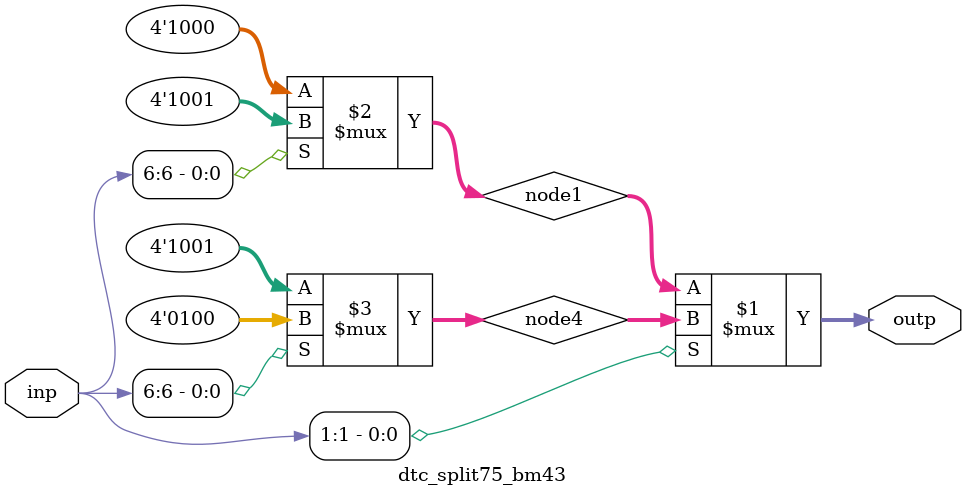
<source format=v>
module dtc_split75_bm43 (
	input  wire [8-1:0] inp,
	output wire [4-1:0] outp
);

	wire [4-1:0] node1;
	wire [4-1:0] node4;

	assign outp = (inp[1]) ? node4 : node1;
		assign node1 = (inp[6]) ? 4'b1001 : 4'b1000;
		assign node4 = (inp[6]) ? 4'b0100 : 4'b1001;

endmodule
</source>
